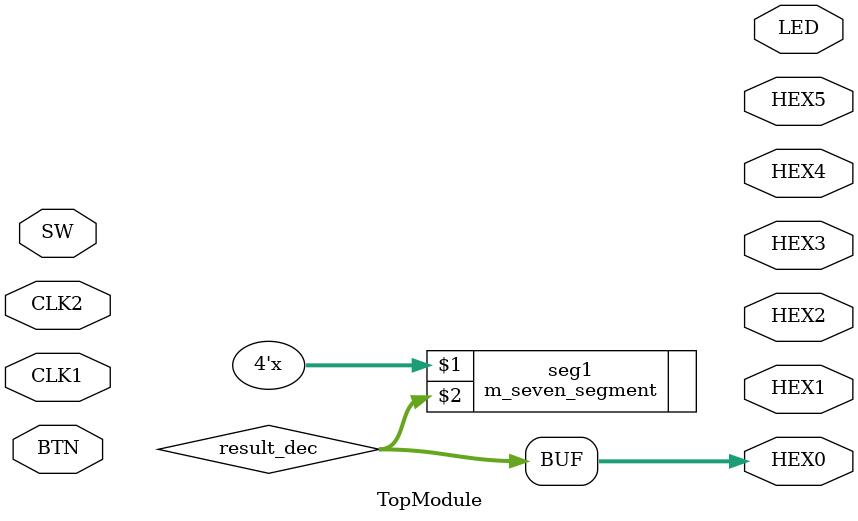
<source format=v>
module TopModule(
	//////////// CLOCK //////////
	input 		          		CLK1,
	input 		          		CLK2,
	//////////// SEG7 //////////
	output		     [7:0]		HEX0,
	output		     [7:0]		HEX1,
	output		     [7:0]		HEX2,
	output		     [7:0]		HEX3,
	output		     [7:0]		HEX4,
	output		     [7:0]		HEX5,
	//////////// Push Button //////////
	input 		     [1:0]		BTN,
	//////////// LED //////////
	output		     [9:0]		LED,
	//////////// SW //////////
	input 		     [9:0]		SW

	);

wire c1,c2;
m_prescale50000 u0(CLK1, c1);
m_prescale1000 u1(CLK1, c1, c2);

cpu cpu(c2);

wire [7:0] result_dec;
m_seven_segment seg1(result[3:0], result_dec);
assign HEX0 = result_dec;

endmodule

</source>
